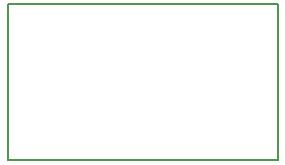
<source format=gbr>
G04 #@! TF.GenerationSoftware,KiCad,Pcbnew,(5.0.0)*
G04 #@! TF.CreationDate,2019-04-02T12:17:06-04:00*
G04 #@! TF.ProjectId,voltage-regulator-module,766F6C746167652D726567756C61746F,rev?*
G04 #@! TF.SameCoordinates,Original*
G04 #@! TF.FileFunction,Profile,NP*
%FSLAX46Y46*%
G04 Gerber Fmt 4.6, Leading zero omitted, Abs format (unit mm)*
G04 Created by KiCad (PCBNEW (5.0.0)) date 04/02/19 12:17:06*
%MOMM*%
%LPD*%
G01*
G04 APERTURE LIST*
%ADD10C,0.150000*%
G04 APERTURE END LIST*
D10*
X200660000Y-127508000D02*
X177800000Y-127508000D01*
X200660000Y-114300000D02*
X200660000Y-127508000D01*
X177800000Y-114300000D02*
X200660000Y-114300000D01*
X177800000Y-127508000D02*
X177800000Y-114300000D01*
M02*

</source>
